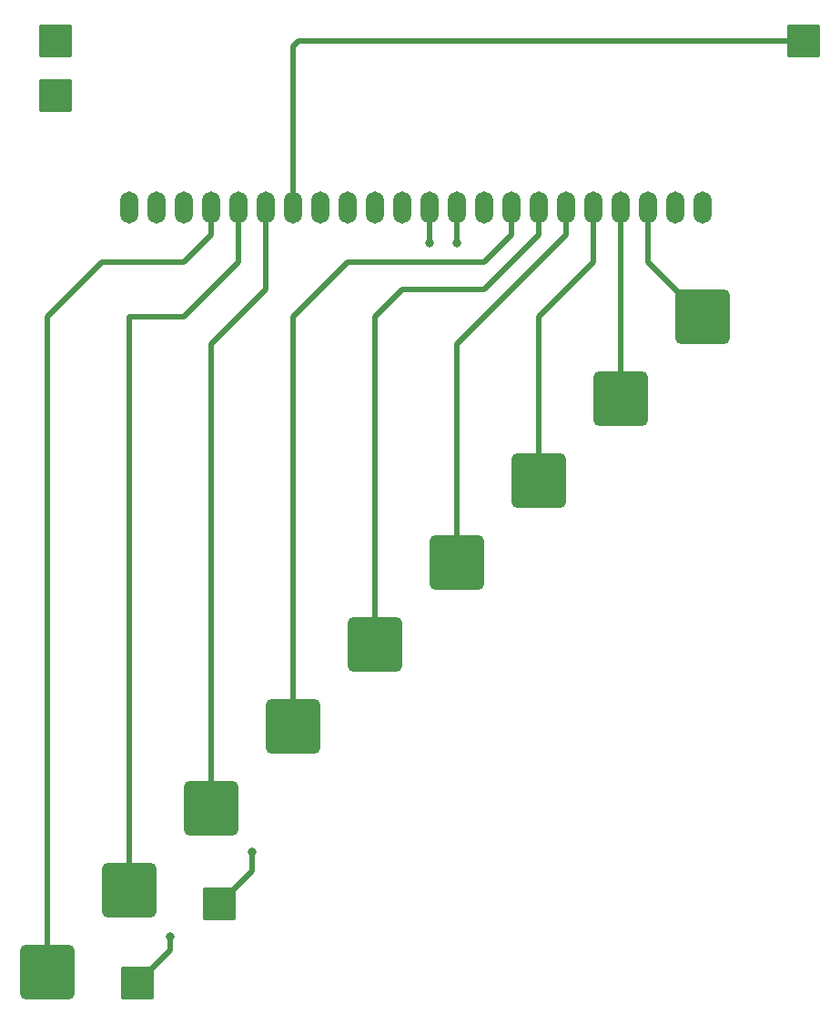
<source format=gbl>
G04 #@! TF.GenerationSoftware,KiCad,Pcbnew,(6.0.8-1)-1*
G04 #@! TF.CreationDate,2023-08-14T14:14:11-03:00*
G04 #@! TF.ProjectId,EMMMA-K-v3.1-Slave,454d4d4d-412d-44b2-9d76-332e312d536c,rev?*
G04 #@! TF.SameCoordinates,Original*
G04 #@! TF.FileFunction,Copper,L2,Bot*
G04 #@! TF.FilePolarity,Positive*
%FSLAX46Y46*%
G04 Gerber Fmt 4.6, Leading zero omitted, Abs format (unit mm)*
G04 Created by KiCad (PCBNEW (6.0.8-1)-1) date 2023-08-14 14:14:11*
%MOMM*%
%LPD*%
G01*
G04 APERTURE LIST*
G04 Aperture macros list*
%AMRoundRect*
0 Rectangle with rounded corners*
0 $1 Rounding radius*
0 $2 $3 $4 $5 $6 $7 $8 $9 X,Y pos of 4 corners*
0 Add a 4 corners polygon primitive as box body*
4,1,4,$2,$3,$4,$5,$6,$7,$8,$9,$2,$3,0*
0 Add four circle primitives for the rounded corners*
1,1,$1+$1,$2,$3*
1,1,$1+$1,$4,$5*
1,1,$1+$1,$6,$7*
1,1,$1+$1,$8,$9*
0 Add four rect primitives between the rounded corners*
20,1,$1+$1,$2,$3,$4,$5,0*
20,1,$1+$1,$4,$5,$6,$7,0*
20,1,$1+$1,$6,$7,$8,$9,0*
20,1,$1+$1,$8,$9,$2,$3,0*%
G04 Aperture macros list end*
G04 #@! TA.AperFunction,ComponentPad*
%ADD10RoundRect,0.403225X-2.096775X-2.096775X2.096775X-2.096775X2.096775X2.096775X-2.096775X2.096775X0*%
G04 #@! TD*
G04 #@! TA.AperFunction,ComponentPad*
%ADD11RoundRect,0.249999X-1.300001X-1.300001X1.300001X-1.300001X1.300001X1.300001X-1.300001X1.300001X0*%
G04 #@! TD*
G04 #@! TA.AperFunction,ConnectorPad*
%ADD12O,1.700000X3.000000*%
G04 #@! TD*
G04 #@! TA.AperFunction,ViaPad*
%ADD13C,0.800000*%
G04 #@! TD*
G04 #@! TA.AperFunction,Conductor*
%ADD14C,0.500000*%
G04 #@! TD*
G04 APERTURE END LIST*
D10*
X144780000Y-132080000D03*
X160020000Y-116840000D03*
X198120000Y-78740000D03*
D11*
X145542000Y-50546000D03*
D10*
X167640000Y-109220000D03*
D11*
X160782000Y-125730000D03*
D10*
X182880000Y-93980000D03*
X190500000Y-86360000D03*
D11*
X145542000Y-45466000D03*
D10*
X175260000Y-101600000D03*
D12*
X152400000Y-60960000D03*
X154940000Y-60960000D03*
X157480000Y-60960000D03*
X160020000Y-60960000D03*
X162560000Y-60960000D03*
X165100000Y-60960000D03*
X167640000Y-60960000D03*
X170180000Y-60960000D03*
X172720000Y-60960000D03*
X175260000Y-60960000D03*
X177800000Y-60960000D03*
X180340000Y-60960000D03*
X182880000Y-60960000D03*
X185420000Y-60960000D03*
X187960000Y-60960000D03*
X190500000Y-60960000D03*
X193040000Y-60960000D03*
X195580000Y-60960000D03*
X198120000Y-60960000D03*
X200660000Y-60960000D03*
D10*
X152400000Y-124460000D03*
D11*
X215138000Y-45466000D03*
D10*
X205740000Y-71120000D03*
D11*
X153162000Y-133096000D03*
D12*
X205740000Y-60960000D03*
X203200000Y-60960000D03*
D13*
X180340000Y-64262000D03*
X156210000Y-128778000D03*
X163830000Y-120904000D03*
X182880000Y-64262000D03*
X203200000Y-60960000D03*
X205740000Y-60960000D03*
D14*
X168148000Y-45466000D02*
X215138000Y-45466000D01*
X167640000Y-45974000D02*
X168148000Y-45466000D01*
X167640000Y-60960000D02*
X167640000Y-45974000D01*
X180340000Y-60960000D02*
X180340000Y-64262000D01*
X156210000Y-130048000D02*
X153162000Y-133096000D01*
X156210000Y-128778000D02*
X156210000Y-130048000D01*
X182880000Y-60960000D02*
X182880000Y-64262000D01*
X163830000Y-120904000D02*
X163830000Y-122682000D01*
X163830000Y-122682000D02*
X160782000Y-125730000D01*
X200660000Y-66040000D02*
X200660000Y-60960000D01*
X205740000Y-71120000D02*
X200660000Y-66040000D01*
X198120000Y-78740000D02*
X198120000Y-60960000D01*
X190500000Y-71120000D02*
X195580000Y-66040000D01*
X195580000Y-66040000D02*
X195580000Y-60960000D01*
X190500000Y-86360000D02*
X190500000Y-71120000D01*
X177800000Y-68580000D02*
X185420000Y-68580000D01*
X190500000Y-63500000D02*
X190500000Y-60960000D01*
X175260000Y-71120000D02*
X177800000Y-68580000D01*
X185420000Y-68580000D02*
X190500000Y-63500000D01*
X175260000Y-101600000D02*
X175260000Y-71120000D01*
X182880000Y-93980000D02*
X182880000Y-73660000D01*
X182880000Y-73660000D02*
X193040000Y-63500000D01*
X193040000Y-63500000D02*
X193040000Y-60960000D01*
X165100000Y-68580000D02*
X165100000Y-60960000D01*
X160020000Y-73660000D02*
X165100000Y-68580000D01*
X160020000Y-116840000D02*
X160020000Y-73660000D01*
X152400000Y-71120000D02*
X157480000Y-71120000D01*
X162560000Y-66040000D02*
X162560000Y-60960000D01*
X157480000Y-71120000D02*
X162560000Y-66040000D01*
X152400000Y-124460000D02*
X152400000Y-71120000D01*
X160020000Y-63500000D02*
X160020000Y-60960000D01*
X144780000Y-132080000D02*
X144780000Y-71120000D01*
X149860000Y-66040000D02*
X157480000Y-66040000D01*
X157480000Y-66040000D02*
X160020000Y-63500000D01*
X144780000Y-71120000D02*
X149860000Y-66040000D01*
X172720000Y-66040000D02*
X185420000Y-66040000D01*
X187960000Y-63500000D02*
X187960000Y-60960000D01*
X167640000Y-109220000D02*
X167640000Y-71120000D01*
X167640000Y-71120000D02*
X172720000Y-66040000D01*
X185420000Y-66040000D02*
X187960000Y-63500000D01*
M02*

</source>
